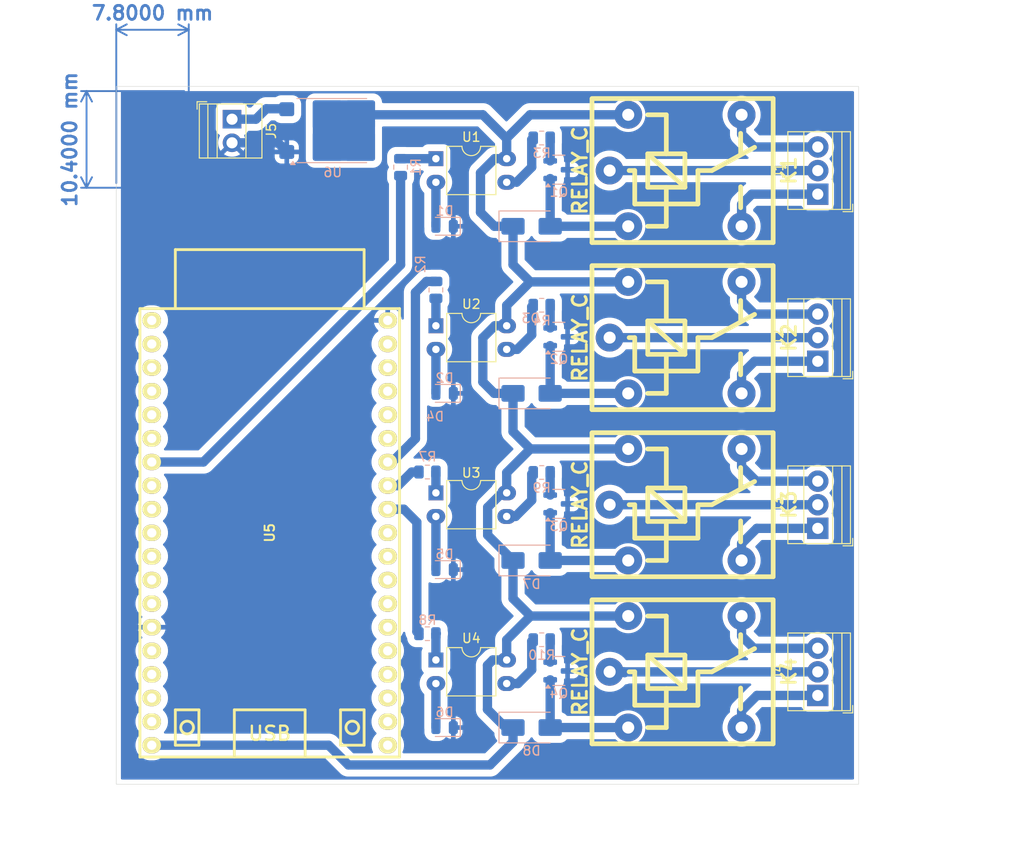
<source format=kicad_pcb>
(kicad_pcb (version 20240108) (generator "pcbnew") (generator_version "8.0")
  (layers (0 "F.Cu" signal) (31 "B.Cu" signal) (34 "B.Paste" user) (35 "F.Paste" user) (36 "B.SilkS" user "B.Silkscreen") (37 "F.SilkS" user "F.Silkscreen") (38 "B.Mask" user) (39 "F.Mask" user) (44 "Edge.Cuts" user))
  (net 0 "")
  (net 1 "Net-(D1-A)")
  (net 2 "Earth")
  (net 3 "Net-(D2-A)")
  (net 4 "IN2")
  (net 5 "Net-(D5-A)")
  (net 6 "Net-(D6-A)")
  (net 7 "NO1")
  (net 8 "NC1")
  (net 9 "COM1")
  (net 10 "COM2")
  (net 11 "NC2")
  (net 12 "NO2")
  (net 13 "NC3")
  (net 14 "NO3")
  (net 15 "COM3")
  (net 16 "NO4")
  (net 17 "COM4")
  (net 18 "NC4")
  (net 19 "IN1")
  (net 22 "Net-(R3-Pad1)")
  (net 23 "Net-(R4-Pad1)")
  (net 24 "Net-(J5-Pin_1)")
  (net 25 "Net-(D3-A)")
  (net 26 "Net-(R9-Pad1)")
  (net 27 "Net-(R10-Pad1)")
  (net 28 "Net-(Q1-B)")
  (net 29 "Net-(Q2-B)")
  (net 30 "Net-(Q3-B)")
  (net 31 "Net-(Q4-B)")
  (net 32 "Net-(D4-A)")
  (net 33 "Net-(R7-Pad1)")
  (net 34 "Net-(D7-A)")
  (net 39 "Net-(D8-A)")
  (net 43 "Net-(R1-Pad2)")
  (net 45 "Net-(R2-Pad2)")
  (net 56 "Net-(R8-Pad2)")
  (net 59 "VCC")
  (net 60 "IN4")
  (net 61 "IN3")
  (footprint "EESTN5:ESP32_DEVKITC" (layer "F.Cu") (at 138.51625 88.74195 -90)
    (property "Reference" "U5" (at 0 0 90) (layer "F.SilkS") (effects (font (size 1.016 1.016) (thickness 0.2032))))
    (property "Value" "ESP32_DEVKITC" (hide yes))
    (fp_text user "USB" (at 21.59 0 180) (layer "F.SilkS") (effects (font (size 1.524 1.524) (thickness 0.254))))
    (pad "1" thru_hole oval (at -22.86 12.7 270) (size 1.75 2) (drill 1) (layers "*.Cu" "*.Mask" "F.SilkS"))
    (pad "2" thru_hole oval (at -20.32 12.7 270) (size 1.75 2) (drill 1) (layers "*.Cu" "*.Mask" "F.SilkS"))
    (pad "3" thru_hole oval (at -17.78 12.7 270) (size 1.75 2) (drill 1) (layers "*.Cu" "*.Mask" "F.SilkS"))
    (pad "4" thru_hole oval (at -15.24 12.7 270) (size 1.75 2) (drill 1) (layers "*.Cu" "*.Mask" "F.SilkS"))
    (pad "5" thru_hole oval (at -12.7 12.7 270) (size 1.75 2) (drill 1) (layers "*.Cu" "*.Mask" "F.SilkS"))
    (pad "6" thru_hole oval (at -10.16 12.7 270) (size 1.75 2) (drill 1) (layers "*.Cu" "*.Mask" "F.SilkS"))
    (pad "7" thru_hole oval (at -7.62 12.7 270) (size 1.75 2) (drill 1) (layers "*.Cu" "*.Mask" "F.SilkS") (net 19 "IN1"))
    (pad "8" thru_hole oval (at -5.08 12.7 270) (size 1.75 2) (drill 1) (layers "*.Cu" "*.Mask" "F.SilkS"))
    (pad "9" thru_hole oval (at -2.54 12.7 270) (size 1.75 2) (drill 1) (layers "*.Cu" "*.Mask" "F.SilkS"))
    (pad "10" thru_hole oval (at 0 12.7 270) (size 1.75 2) (drill 1) (layers "*.Cu" "*.Mask" "F.SilkS"))
    (pad "11" thru_hole oval (at 2.54 12.7 270) (size 1.75 2) (drill 1) (layers "*.Cu" "*.Mask" "F.SilkS"))
    (pad "12" thru_hole oval (at 5.08 12.7 270) (size 1.75 2) (drill 1) (layers "*.Cu" "*.Mask" "F.SilkS"))
    (pad "13" thru_hole oval (at 7.62 12.7 270) (size 1.75 2) (drill 1) (layers "*.Cu" "*.Mask" "F.SilkS"))
    (pad "14" thru_hole oval (at 10.16 12.7 270) (size 1.75 2) (drill 1) (layers "*.Cu" "*.Mask" "F.SilkS") (net 2 "Earth"))
    (pad "15" thru_hole oval (at 12.7 12.7 270) (size 1.75 2) (drill 1) (layers "*.Cu" "*.Mask" "F.SilkS"))
    (pad "16" thru_hole oval (at 15.24 12.7 270) (size 1.75 2) (drill 1) (layers "*.Cu" "*.Mask" "F.SilkS"))
    (pad "17" thru_hole oval (at 17.78 12.7 270) (size 1.75 2) (drill 1) (layers "*.Cu" "*.Mask" "F.SilkS"))
    (pad "18" thru_hole oval (at 20.32 12.7 270) (size 1.75 2) (drill 1) (layers "*.Cu" "*.Mask" "F.SilkS"))
    (pad "19" thru_hole oval (at 22.86 12.7 270) (size 1.75 2) (drill 1) (layers "*.Cu" "*.Mask" "F.SilkS") (net 59 "VCC"))
    (pad "20" thru_hole oval (at 22.86 -12.7 90) (size 1.75 2) (drill 1) (layers "*.Cu" "*.Mask" "F.SilkS"))
    (pad "21" thru_hole oval (at 20.32 -12.7 90) (size 1.75 2) (drill 1) (layers "*.Cu" "*.Mask" "F.SilkS"))
    (pad "22" thru_hole oval (at 17.78 -12.7 90) (size 1.75 2) (drill 1) (layers "*.Cu" "*.Mask" "F.SilkS"))
    (pad "23" thru_hole oval (at 15.24 -12.7 90) (size 1.75 2) (drill 1) (layers "*.Cu" "*.Mask" "F.SilkS"))
    (pad "24" thru_hole oval (at 12.7 -12.7 90) (size 1.75 2) (drill 1) (layers "*.Cu" "*.Mask" "F.SilkS"))
    (pad "25" thru_hole oval (at 10.16 -12.7 90) (size 1.75 2) (drill 1) (layers "*.Cu" "*.Mask" "F.SilkS"))
    (pad "26" thru_hole oval (at 7.62 -12.7 90) (size 1.75 2) (drill 1) (layers "*.Cu" "*.Mask" "F.SilkS"))
    (pad "27" thru_hole oval (at 5.08 -12.7 90) (size 1.75 2) (drill 1) (layers "*.Cu" "*.Mask" "F.SilkS"))
    (pad "28" thru_hole oval (at 2.54 -12.7 90) (size 1.75 2) (drill 1) (layers "*.Cu" "*.Mask" "F.SilkS"))
    (pad "29" thru_hole oval (at 0 -12.7 90) (size 1.75 2) (drill 1) (layers "*.Cu" "*.Mask" "F.SilkS"))
    (pad "30" thru_hole oval (at -2.54 -12.7 90) (size 1.75 2) (drill 1) (layers "*.Cu" "*.Mask" "F.SilkS") (net 60 "IN4"))
    (pad "31" thru_hole oval (at -5.08 -12.7 90) (size 1.75 2) (drill 1) (layers "*.Cu" "*.Mask" "F.SilkS") (net 61 "IN3"))
    (pad "32" thru_hole oval (at -7.62 -12.7 90) (size 1.75 2) (drill 1) (layers "*.Cu" "*.Mask" "F.SilkS") (net 4 "IN2"))
    (pad "33" thru_hole oval (at -10.16 -12.7 90) (size 1.75 2) (drill 1) (layers "*.Cu" "*.Mask" "F.SilkS"))
    (pad "34" thru_hole oval (at -12.7 -12.7 90) (size 1.75 2) (drill 1) (layers "*.Cu" "*.Mask" "F.SilkS"))
    (pad "35" thru_hole oval (at -15.24 -12.7 90) (size 1.75 2) (drill 1) (layers "*.Cu" "*.Mask" "F.SilkS"))
    (pad "36" thru_hole oval (at -17.78 -12.7 90) (size 1.75 2) (drill 1) (layers "*.Cu" "*.Mask" "F.SilkS"))
    (pad "37" thru_hole oval (at -20.32 -12.7 90) (size 1.75 2) (drill 1) (layers "*.Cu" "*.Mask" "F.SilkS"))
    (pad "38" thru_hole oval (at -22.86 -12.7 90) (size 1.75 2) (drill 1) (layers "*.Cu" "*.Mask" "F.SilkS") (net 2 "Earth"))
  )
  (footprint "EESTN5:Relay_C" (layer "F.Cu") (at 183.2 85.716666 90)
    (property "Reference" "K3" (at 0 11.2 90) (layer "F.SilkS") (effects (font (size 1.524 1.524) (thickness 0.3048))))
    (property "Value" "RELAY_C" (at 0 -11.3 90) (layer "F.SilkS") (effects (font (size 1.524 1.524) (thickness 0.3048))))
    (pad "1" thru_hole oval (at 0 -8.1 90) (size 3 3) (drill 1.3) (layers "*.Cu" "*.Mask") (net 15 "COM3"))
    (pad "2" thru_hole oval (at -6 -6.1 90) (size 3 3) (drill 1.3) (layers "*.Cu" "*.Mask") (net 34 "Net-(D7-A)"))
    (pad "3" thru_hole oval (at -6 6.1 90) (size 3 3) (drill 1.3) (layers "*.Cu" "*.Mask") (net 14 "NO3"))
    (pad "4" thru_hole oval (at 6 6.1 90) (size 3 3) (drill 1.3) (layers "*.Cu" "*.Mask") (net 13 "NC3"))
    (pad "5" thru_hole oval (at 6 -6.1 90) (size 3 3) (drill 1.3) (layers "*.Cu" "*.Mask") (net 59 "VCC"))
  )
  (footprint "TerminalBlock:TerminalBlock_Xinya_XY308-2.54-3P_1x03_P2.54mm_Horizontal" (layer "F.Cu") (at 197.5 70.278333 90)
    (property "Reference" "J2" (at 2.54 -4.22 90) (layer "F.SilkS"))
    (property "Value" "Screw_Terminal_01x03")
    (pad "1" thru_hole rect (at 0 0 90) (size 2.3 2.3) (drill 1.2) (layers "*.Cu" "*.Mask") (net 12 "NO2"))
    (pad "2" thru_hole circle (at 2.54 0 90) (size 2.3 2.3) (drill 1.2) (layers "*.Cu" "*.Mask") (net 10 "COM2"))
    (pad "3" thru_hole circle (at 5.08 0 90) (size 2.3 2.3) (drill 1.2) (layers "*.Cu" "*.Mask") (net 11 "NC2"))
  )
  (footprint "Package_DIP:DIP-4_W7.62mm" (layer "F.Cu") (at 156.4 84.441666)
    (property "Reference" "U3" (at 3.8 -2.154 0) (layer "F.SilkS"))
    (property "Value" "PC817")
    (pad "1" thru_hole rect (at 0 0) (size 1.6 1.6) (drill 0.8) (layers "*.Cu" "*.Mask") (net 33 "Net-(R7-Pad1)"))
    (pad "2" thru_hole oval (at 0 2.54) (size 2 1.6) (drill 0.8) (layers "*.Cu" "*.Mask") (net 5 "Net-(D5-A)"))
    (pad "3" thru_hole oval (at 7.62 2.54) (size 2 1.6) (drill 0.8) (layers "*.Cu" "*.Mask") (net 26 "Net-(R9-Pad1)"))
    (pad "4" thru_hole oval (at 7.62 0) (size 2 1.6) (drill 0.8) (layers "*.Cu" "*.Mask") (net 59 "VCC"))
  )
  (footprint "EESTN5:Relay_C" (layer "F.Cu") (at 183.2 49.75 90)
    (property "Reference" "K1" (at 0 11.2 90) (layer "F.SilkS") (effects (font (size 1.524 1.524) (thickness 0.3048))))
    (property "Value" "RELAY_C" (at 0 -11.3 90) (layer "F.SilkS") (effects (font (size 1.524 1.524) (thickness 0.3048))))
    (pad "1" thru_hole oval (at 0 -8.1 90) (size 3 3) (drill 1.3) (layers "*.Cu" "*.Mask") (net 9 "COM1"))
    (pad "2" thru_hole oval (at -6 -6.1 90) (size 3 3) (drill 1.3) (layers "*.Cu" "*.Mask") (net 25 "Net-(D3-A)"))
    (pad "3" thru_hole oval (at -6 6.1 90) (size 3 3) (drill 1.3) (layers "*.Cu" "*.Mask") (net 7 "NO1"))
    (pad "4" thru_hole oval (at 6 6.1 90) (size 3 3) (drill 1.3) (layers "*.Cu" "*.Mask") (net 8 "NC1"))
    (pad "5" thru_hole oval (at 6 -6.1 90) (size 3 3) (drill 1.3) (layers "*.Cu" "*.Mask") (net 59 "VCC"))
  )
  (footprint "Package_DIP:DIP-4_W7.62mm" (layer "F.Cu") (at 156.4 102.425)
    (property "Reference" "U4" (at 3.81 -2.33 0) (layer "F.SilkS"))
    (property "Value" "PC817")
    (pad "1" thru_hole rect (at 0 0) (size 1.6 1.6) (drill 0.8) (layers "*.Cu" "*.Mask") (net 56 "Net-(R8-Pad2)"))
    (pad "2" thru_hole oval (at 0 2.54) (size 2 1.6) (drill 0.8) (layers "*.Cu" "*.Mask") (net 6 "Net-(D6-A)"))
    (pad "3" thru_hole oval (at 7.62 2.54) (size 2 1.6) (drill 0.8) (layers "*.Cu" "*.Mask") (net 27 "Net-(R10-Pad1)"))
    (pad "4" thru_hole oval (at 7.62 0) (size 2 1.6) (drill 0.8) (layers "*.Cu" "*.Mask") (net 59 "VCC"))
  )
  (footprint "EESTN5:Relay_C" (layer "F.Cu") (at 183.2 67.733333 90)
    (property "Reference" "K2" (at 0 11.2 90) (layer "F.SilkS") (effects (font (size 1.524 1.524) (thickness 0.3048))))
    (property "Value" "RELAY_C" (at 0 -11.3 90) (layer "F.SilkS") (effects (font (size 1.524 1.524) (thickness 0.3048))))
    (pad "1" thru_hole oval (at 0 -8.1 90) (size 3 3) (drill 1.3) (layers "*.Cu" "*.Mask") (net 10 "COM2"))
    (pad "2" thru_hole oval (at -6 -6.1 90) (size 3 3) (drill 1.3) (layers "*.Cu" "*.Mask") (net 32 "Net-(D4-A)"))
    (pad "3" thru_hole oval (at -6 6.1 90) (size 3 3) (drill 1.3) (layers "*.Cu" "*.Mask") (net 12 "NO2"))
    (pad "4" thru_hole oval (at 6 6.1 90) (size 3 3) (drill 1.3) (layers "*.Cu" "*.Mask") (net 11 "NC2"))
    (pad "5" thru_hole oval (at 6 -6.1 90) (size 3 3) (drill 1.3) (layers "*.Cu" "*.Mask") (net 59 "VCC"))
  )
  (footprint "TerminalBlock:TerminalBlock_Xinya_XY308-2.54-3P_1x03_P2.54mm_Horizontal" (layer "F.Cu") (at 197.5 88.261666 90)
    (property "Reference" "J3" (at 2.54 -4.22 -90) (layer "F.SilkS"))
    (property "Value" "Screw_Terminal_01x03")
    (pad "1" thru_hole rect (at 0 0 90) (size 2.3 2.3) (drill 1.2) (layers "*.Cu" "*.Mask") (net 14 "NO3"))
    (pad "2" thru_hole circle (at 2.54 0 90) (size 2.3 2.3) (drill 1.2) (layers "*.Cu" "*.Mask") (net 15 "COM3"))
    (pad "3" thru_hole circle (at 5.08 0 90) (size 2.3 2.3) (drill 1.2) (layers "*.Cu" "*.Mask") (net 13 "NC3"))
  )
  (footprint "EESTN5:Relay_C" (layer "F.Cu") (at 183.2 103.7 90)
    (property "Reference" "K4" (at 0 11.2 90) (layer "F.SilkS") (effects (font (size 1.524 1.524) (thickness 0.3048))))
    (property "Value" "RELAY_C" (at 0 -11.3 90) (layer "F.SilkS") (effects (font (size 1.524 1.524) (thickness 0.3048))))
    (pad "1" thru_hole oval (at 0 -8.1 90) (size 3 3) (drill 1.3) (layers "*.Cu" "*.Mask") (net 17 "COM4"))
    (pad "2" thru_hole oval (at -6 -6.1 90) (size 3 3) (drill 1.3) (layers "*.Cu" "*.Mask") (net 39 "Net-(D8-A)"))
    (pad "3" thru_hole oval (at -6 6.1 90) (size 3 3) (drill 1.3) (layers "*.Cu" "*.Mask") (net 16 "NO4"))
    (pad "4" thru_hole oval (at 6 6.1 90) (size 3 3) (drill 1.3) (layers "*.Cu" "*.Mask") (net 18 "NC4"))
    (pad "5" thru_hole oval (at 6 -6.1 90) (size 3 3) (drill 1.3) (layers "*.Cu" "*.Mask") (net 59 "VCC"))
  )
  (footprint "Package_DIP:DIP-4_W7.62mm" (layer "F.Cu") (at 156.4 66.458333)
    (property "Reference" "U2" (at 3.81 -2.33 0) (layer "F.SilkS"))
    (property "Value" "PC817")
    (pad "1" thru_hole rect (at 0 0) (size 1.6 1.6) (drill 0.8) (layers "*.Cu" "*.Mask") (net 45 "Net-(R2-Pad2)"))
    (pad "2" thru_hole oval (at 0 2.54) (size 2 1.6) (drill 0.8) (layers "*.Cu" "*.Mask") (net 3 "Net-(D2-A)"))
    (pad "3" thru_hole oval (at 7.62 2.54) (size 2 1.6) (drill 0.8) (layers "*.Cu" "*.Mask") (net 23 "Net-(R4-Pad1)"))
    (pad "4" thru_hole oval (at 7.62 0) (size 2 1.6) (drill 0.8) (layers "*.Cu" "*.Mask") (net 59 "VCC"))
  )
  (footprint "TerminalBlock:TerminalBlock_Xinya_XY308-2.54-3P_1x03_P2.54mm_Horizontal" (layer "F.Cu") (at 197.5 106.245 90)
    (property "Reference" "J4" (at 2.54 -4.22 -90) (layer "F.SilkS"))
    (property "Value" "CERRADURA")
    (pad "1" thru_hole rect (at 0 0 90) (size 2.3 2.3) (drill 1.2) (layers "*.Cu" "*.Mask") (net 16 "NO4"))
    (pad "2" thru_hole circle (at 2.54 0 90) (size 2.3 2.3) (drill 1.2) (layers "*.Cu" "*.Mask") (net 17 "COM4"))
    (pad "3" thru_hole circle (at 5.08 0 90) (size 2.3 2.3) (drill 1.2) (layers "*.Cu" "*.Mask") (net 18 "NC4"))
  )
  (footprint "Package_DIP:DIP-4_W7.62mm" (layer "F.Cu") (at 156.4 48.475)
    (property "Reference" "U1" (at 3.81 -2.33 0) (layer "F.SilkS"))
    (property "Value" "PC817")
    (pad "1" thru_hole rect (at 0 0) (size 1.6 1.6) (drill 0.8) (layers "*.Cu" "*.Mask") (net 43 "Net-(R1-Pad2)"))
    (pad "2" thru_hole oval (at 0 2.54) (size 2 1.6) (drill 0.8) (layers "*.Cu" "*.Mask") (net 1 "Net-(D1-A)"))
    (pad "3" thru_hole oval (at 7.62 2.54) (size 2 1.6) (drill 0.8) (layers "*.Cu" "*.Mask") (net 22 "Net-(R3-Pad1)"))
    (pad "4" thru_hole oval (at 7.62 0) (size 2 1.6) (drill 0.8) (layers "*.Cu" "*.Mask") (net 59 "VCC"))
  )
  (footprint "TerminalBlock:TerminalBlock_Xinya_XY308-2.54-2P_1x02_P2.54mm_Horizontal" (layer "F.Cu") (at 134.458 44.225 -90)
    (property "Reference" "J5" (at 1.27 -4.22 90) (layer "F.SilkS"))
    (property "Value" "Screw_Terminal_01x02")
    (pad "1" thru_hole rect (at 0 0 270) (size 2 2) (drill 1.2) (layers "*.Cu" "*.Mask") (net 24 "Net-(J5-Pin_1)"))
    (pad "2" thru_hole circle (at 2.54 0 270) (size 2 2) (drill 1.2) (layers "*.Cu" "*.Mask") (net 2 "Earth"))
  )
  (footprint "TerminalBlock:TerminalBlock_Xinya_XY308-2.54-3P_1x03_P2.54mm_Horizontal" (layer "F.Cu") (at 197.5 52.295 90)
    (property "Reference" "J1" (at 2.54 -4.22 -90) (layer "F.SilkS"))
    (property "Value" "Screw_Terminal_01x03")
    (pad "1" thru_hole rect (at 0 0 90) (size 2.3 2.3) (drill 1.2) (layers "*.Cu" "*.Mask") (net 7 "NO1"))
    (pad "2" thru_hole circle (at 2.54 0 90) (size 2.3 2.3) (drill 1.2) (layers "*.Cu" "*.Mask") (net 9 "COM1"))
    (pad "3" thru_hole circle (at 5.08 0 90) (size 2.3 2.3) (drill 1.2) (layers "*.Cu" "*.Mask") (net 8 "NC1"))
  )
  (footprint "Resistor_SMD:R_0805_2012Metric" (layer "B.Cu") (at 152.6 49.3875 90)
    (property "Reference" "R1" (at 0 1.65 -90) (layer "B.SilkS") (effects (justify mirror)))
    (property "Value" "1K")
    (pad "1" smd roundrect (at -0.9125 0 90) (size 1.025 1.4) (layers "B.Cu" "B.Paste" "B.Mask") (roundrect_rratio 0.243902) (net 19 "IN1"))
    (pad "2" smd roundrect (at 0.9125 0 90) (size 1.025 1.4) (layers "B.Cu" "B.Paste" "B.Mask") (roundrect_rratio 0.243902) (net 43 "Net-(R1-Pad2)"))
  )
  (footprint "Resistor_SMD:R_0805_2012Metric" (layer "B.Cu") (at 167.7875 46.25)
    (property "Reference" "R3" (at 0 1.6232 360) (layer "B.SilkS") (effects (justify mirror)))
    (property "Value" "10k")
    (pad "1" smd roundrect (at -0.9125 0) (size 1.025 1.4) (layers "B.Cu" "B.Paste" "B.Mask") (roundrect_rratio 0.243902) (net 22 "Net-(R3-Pad1)"))
    (pad "2" smd roundrect (at 0.9125 0) (size 1.025 1.4) (layers "B.Cu" "B.Paste" "B.Mask") (roundrect_rratio 0.243902) (net 28 "Net-(Q1-B)"))
  )
  (footprint "LED_SMD:LED_0805_2012Metric" (layer "B.Cu") (at 157.3375 92.7 180)
    (property "Reference" "D5" (at 0 1.65 180) (layer "B.SilkS") (effects (justify mirror)))
    (property "Value" "LED")
    (pad "1" smd roundrect (at -0.9375 0 180) (size 0.975 1.4) (layers "B.Cu" "B.Paste" "B.Mask") (net 2 "Earth"))
    (pad "2" smd roundrect (at 0.9375 0 180) (size 0.975 1.4) (layers "B.Cu" "B.Paste" "B.Mask") (net 5 "Net-(D5-A)"))
  )
  (footprint "Resistor_SMD:R_0805_2012Metric" (layer "B.Cu") (at 156.4 62.6 -90)
    (property "Reference" "R2" (at -2.76 1.65 90) (layer "B.SilkS") (effects (justify mirror)))
    (property "Value" "1K")
    (pad "1" smd roundrect (at -0.9125 0 270) (size 1.025 1.4) (layers "B.Cu" "B.Paste" "B.Mask") (roundrect_rratio 0.243902) (net 4 "IN2"))
    (pad "2" smd roundrect (at 0.9125 0 270) (size 1.025 1.4) (layers "B.Cu" "B.Paste" "B.Mask") (roundrect_rratio 0.243902) (net 45 "Net-(R2-Pad2)"))
  )
  (footprint "Diode_SMD:D_SMA" (layer "B.Cu") (at 166.7 55.75)
    (property "Reference" "D3" (at -0.1 9.9 0) (layer "B.SilkS") (effects (justify mirror)))
    (property "Value" "D")
    (pad "1" smd roundrect (at -2 0) (size 2.5 1.8) (layers "B.Cu" "B.Paste" "B.Mask") (roundrect_rratio 0.1388888889) (net 59 "VCC"))
    (pad "2" smd roundrect (at 2 0) (size 2.5 1.8) (layers "B.Cu" "B.Paste" "B.Mask") (roundrect_rratio 0.1388888889) (net 25 "Net-(D3-A)"))
  )
  (footprint "Diode_SMD:D_SMA" (layer "B.Cu") (at 166.7 91.716666)
    (property "Reference" "D7" (at 0 2.545 0) (layer "B.SilkS") (effects (justify mirror)))
    (property "Value" "D")
    (pad "1" smd roundrect (at -2 0) (size 2.5 1.8) (layers "B.Cu" "B.Paste" "B.Mask") (roundrect_rratio 0.1388888889) (net 59 "VCC"))
    (pad "2" smd roundrect (at 2 0) (size 2.5 1.8) (layers "B.Cu" "B.Paste" "B.Mask") (roundrect_rratio 0.1388888889) (net 34 "Net-(D7-A)"))
  )
  (footprint "Package_TO_SOT_SMD:ATPAK-2" (layer "B.Cu") (at 145.3 45.45)
    (property "Reference" "U6" (at 0 4.5 0) (layer "B.SilkS") (effects (justify mirror)))
    (property "Value" "LM7805")
    (pad "1" smd roundrect (at -4.95 2.3) (size 1.6 1.5) (layers "B.Cu" "B.Paste" "B.Mask") (roundrect_rratio 0.166667) (net 2 "Earth"))
    (pad "2" smd roundrect (at -0.55 -1.7) (size 3.2 3.1) (layers "B.Cu" "B.Paste") (roundrect_rratio 0.080645) (net 59 "VCC"))
    (pad "2" smd roundrect (at -0.55 1.7) (size 3.2 3.1) (layers "B.Cu" "B.Paste") (roundrect_rratio 0.080645) (net 59 "VCC"))
    (pad "2" smd roundrect (at 1.2 0) (size 6.7 6.5) (layers "B.Cu" "B.Mask") (roundrect_rratio 0.038462) (net 59 "VCC"))
    (pad "2" smd roundrect (at 2.95 -1.7) (size 3.2 3.1) (layers "B.Cu" "B.Paste") (roundrect_rratio 0.080645) (net 59 "VCC"))
    (pad "2" smd roundrect (at 2.95 1.7) (size 3.2 3.1) (layers "B.Cu" "B.Paste") (roundrect_rratio 0.080645) (net 59 "VCC"))
    (pad "3" smd roundrect (at -4.95 -2.3) (size 1.6 1.5) (layers "B.Cu" "B.Paste" "B.Mask") (roundrect_rratio 0.166667) (net 24 "Net-(J5-Pin_1)"))
  )
  (footprint "Resistor_SMD:R_0805_2012Metric" (layer "B.Cu") (at 155.4875 99.6)
    (property "Reference" "R8" (at 0 -1.46285 360) (layer "B.SilkS") (effects (justify mirror)))
    (property "Value" "1K")
    (pad "1" smd roundrect (at -0.9125 0) (size 1.025 1.4) (layers "B.Cu" "B.Paste" "B.Mask") (roundrect_rratio 0.243902) (net 60 "IN4"))
    (pad "2" smd roundrect (at 0.9125 0) (size 1.025 1.4) (layers "B.Cu" "B.Paste" "B.Mask") (roundrect_rratio 0.243902) (net 56 "Net-(R8-Pad2)"))
  )
  (footprint "Diode_SMD:D_SMA" (layer "B.Cu") (at 166.7 73.733333)
    (property "Reference" "D4" (at -10.4 2.5 0) (layer "B.SilkS") (effects (justify mirror)))
    (property "Value" "D")
    (pad "1" smd roundrect (at -2 0) (size 2.5 1.8) (layers "B.Cu" "B.Paste" "B.Mask") (roundrect_rratio 0.1388888889) (net 59 "VCC"))
    (pad "2" smd roundrect (at 2 0) (size 2.5 1.8) (layers "B.Cu" "B.Paste" "B.Mask") (roundrect_rratio 0.1388888889) (net 32 "Net-(D4-A)"))
  )
  (footprint "Package_TO_SOT_SMD:SOT-23" (layer "B.Cu") (at 169.6375 49.6625)
    (property "Reference" "Q1" (at 0 2.4 0) (layer "B.SilkS") (effects (justify mirror)))
    (property "Value" "2N2222")
    (pad "1" smd roundrect (at -0.9375 0.95) (size 1.475 0.6) (layers "B.Cu" "B.Paste" "B.Mask") (net 25 "Net-(D3-A)"))
    (pad "2" smd roundrect (at -0.9375 -0.95) (size 1.475 0.6) (layers "B.Cu" "B.Paste" "B.Mask") (net 28 "Net-(Q1-B)"))
    (pad "3" smd roundrect (at 0.9375 0) (size 1.475 0.6) (layers "B.Cu" "B.Paste" "B.Mask") (net 2 "Earth"))
  )
  (footprint "Diode_SMD:D_SMA" (layer "B.Cu") (at 166.7 109.7)
    (property "Reference" "D8" (at 0 2.5 0) (layer "B.SilkS") (effects (justify mirror)))
    (property "Value" "D")
    (pad "1" smd roundrect (at -2 0) (size 2.5 1.8) (layers "B.Cu" "B.Paste" "B.Mask") (roundrect_rratio 0.1388888889) (net 59 "VCC"))
    (pad "2" smd roundrect (at 2 0) (size 2.5 1.8) (layers "B.Cu" "B.Paste" "B.Mask") (roundrect_rratio 0.1388888889) (net 39 "Net-(D8-A)"))
  )
  (footprint "LED_SMD:LED_0805_2012Metric" (layer "B.Cu") (at 157.3375 109.7 180)
    (property "Reference" "D6" (at 0 1.65 180) (layer "B.SilkS") (effects (justify mirror)))
    (property "Value" "LED")
    (pad "1" smd roundrect (at -0.9375 0 180) (size 0.975 1.4) (layers "B.Cu" "B.Paste" "B.Mask") (net 2 "Earth"))
    (pad "2" smd roundrect (at 0.9375 0 180) (size 0.975 1.4) (layers "B.Cu" "B.Paste" "B.Mask") (net 6 "Net-(D6-A)"))
  )
  (footprint "Package_TO_SOT_SMD:SOT-23" (layer "B.Cu") (at 169.6375 67.645833)
    (property "Reference" "Q2" (at 0 2.4 0) (layer "B.SilkS") (effects (justify mirror)))
    (property "Value" "2N2222")
    (pad "1" smd roundrect (at -0.9375 0.95) (size 1.475 0.6) (layers "B.Cu" "B.Paste" "B.Mask") (net 32 "Net-(D4-A)"))
    (pad "2" smd roundrect (at -0.9375 -0.95) (size 1.475 0.6) (layers "B.Cu" "B.Paste" "B.Mask") (net 29 "Net-(Q2-B)"))
    (pad "3" smd roundrect (at 0.9375 0) (size 1.475 0.6) (layers "B.Cu" "B.Paste" "B.Mask") (net 2 "Earth"))
  )
  (footprint "Package_TO_SOT_SMD:SOT-23" (layer "B.Cu") (at 169.6375 103.6125)
    (property "Reference" "Q4" (at 0 2.4 0) (layer "B.SilkS") (effects (justify mirror)))
    (property "Value" "2N2222")
    (pad "1" smd roundrect (at -0.9375 0.95) (size 1.475 0.6) (layers "B.Cu" "B.Paste" "B.Mask") (net 39 "Net-(D8-A)"))
    (pad "2" smd roundrect (at -0.9375 -0.95) (size 1.475 0.6) (layers "B.Cu" "B.Paste" "B.Mask") (net 31 "Net-(Q4-B)"))
    (pad "3" smd roundrect (at 0.9375 0) (size 1.475 0.6) (layers "B.Cu" "B.Paste" "B.Mask") (net 2 "Earth"))
  )
  (footprint "Package_TO_SOT_SMD:SOT-23" (layer "B.Cu") (at 169.6375 85.629166)
    (property "Reference" "Q3" (at 0 2.4 0) (layer "B.SilkS") (effects (justify mirror)))
    (property "Value" "2N2222")
    (pad "1" smd roundrect (at -0.9375 0.95) (size 1.475 0.6) (layers "B.Cu" "B.Paste" "B.Mask") (net 34 "Net-(D7-A)"))
    (pad "2" smd roundrect (at -0.9375 -0.95) (size 1.475 0.6) (layers "B.Cu" "B.Paste" "B.Mask") (net 30 "Net-(Q3-B)"))
    (pad "3" smd roundrect (at 0.9375 0) (size 1.475 0.6) (layers "B.Cu" "B.Paste" "B.Mask") (net 2 "Earth"))
  )
  (footprint "LED_SMD:LED_0805_2012Metric" (layer "B.Cu") (at 157.3375 73.733333 180)
    (property "Reference" "D2" (at 0 1.65 180) (layer "B.SilkS") (effects (justify mirror)))
    (property "Value" "LED")
    (pad "1" smd roundrect (at -0.9375 0 180) (size 0.975 1.4) (layers "B.Cu" "B.Paste" "B.Mask") (net 2 "Earth"))
    (pad "2" smd roundrect (at 0.9375 0 180) (size 0.975 1.4) (layers "B.Cu" "B.Paste" "B.Mask") (net 3 "Net-(D2-A)"))
  )
  (footprint "LED_SMD:LED_0805_2012Metric" (layer "B.Cu") (at 157.3375 55.75 180)
    (property "Reference" "D1" (at 0 1.65 180) (layer "B.SilkS") (effects (justify mirror)))
    (property "Value" "LED")
    (pad "1" smd roundrect (at -0.9375 0 180) (size 0.975 1.4) (layers "B.Cu" "B.Paste" "B.Mask") (net 2 "Earth"))
    (pad "2" smd roundrect (at 0.9375 0 180) (size 0.975 1.4) (layers "B.Cu" "B.Paste" "B.Mask") (net 1 "Net-(D1-A)"))
  )
  (footprint "Resistor_SMD:R_0805_2012Metric" (layer "B.Cu") (at 167.7875 64.25)
    (property "Reference" "R4" (at 0 1.65 0) (layer "B.SilkS") (effects (justify mirror)))
    (property "Value" "10k")
    (pad "1" smd roundrect (at -0.9125 0) (size 1.025 1.4) (layers "B.Cu" "B.Paste" "B.Mask") (roundrect_rratio 0.243902) (net 23 "Net-(R4-Pad1)"))
    (pad "2" smd roundrect (at 0.9125 0) (size 1.025 1.4) (layers "B.Cu" "B.Paste" "B.Mask") (roundrect_rratio 0.243902) (net 29 "Net-(Q2-B)"))
  )
  (footprint "Resistor_SMD:R_0805_2012Metric" (layer "B.Cu") (at 155.4875 82.2 180)
    (property "Reference" "R7" (at 0 1.65 180) (layer "B.SilkS") (effects (justify mirror)))
    (property "Value" "1K")
    (pad "1" smd roundrect (at -0.9125 0 180) (size 1.025 1.4) (layers "B.Cu" "B.Paste" "B.Mask") (roundrect_rratio 0.243902) (net 33 "Net-(R7-Pad1)"))
    (pad "2" smd roundrect (at 0.9125 0 180) (size 1.025 1.4) (layers "B.Cu" "B.Paste" "B.Mask") (roundrect_rratio 0.243902) (net 61 "IN3"))
  )
  (footprint "Resistor_SMD:R_0805_2012Metric" (layer "B.Cu") (at 167.7875 82.25)
    (property "Reference" "R9" (at 0 1.65 0) (layer "B.SilkS") (effects (justify mirror)))
    (property "Value" "10k")
    (pad "1" smd roundrect (at -0.9125 0) (size 1.025 1.4) (layers "B.Cu" "B.Paste" "B.Mask") (roundrect_rratio 0.243902) (net 26 "Net-(R9-Pad1)"))
    (pad "2" smd roundrect (at 0.9125 0) (size 1.025 1.4) (layers "B.Cu" "B.Paste" "B.Mask") (roundrect_rratio 0.243902) (net 30 "Net-(Q3-B)"))
  )
  (footprint "Resistor_SMD:R_0805_2012Metric" (layer "B.Cu") (at 167.7875 100.25)
    (property "Reference" "R10" (at 0 1.65 0) (layer "B.SilkS") (effects (justify mirror)))
    (property "Value" "10k")
    (pad "1" smd roundrect (at -0.9125 0) (size 1.025 1.4) (layers "B.Cu" "B.Paste" "B.Mask") (roundrect_rratio 0.243902) (net 27 "Net-(R10-Pad1)"))
    (pad "2" smd roundrect (at 0.9125 0) (size 1.025 1.4) (layers "B.Cu" "B.Paste" "B.Mask") (roundrect_rratio 0.243902) (net 31 "Net-(Q4-B)"))
  )
  (gr_rect (start 122 40.7) (end 201.9 115.8) (stroke (width 0.05)) (fill none) (layer "Edge.Cuts"))
  (dimension (type aligned) (layer "B.Cu") (pts (xy 129.8 51.6) (xy 129.8 41.2)) (height -11) (gr_text "10,4000 mm" (at 117 46.4 90) (layer "B.Cu") (effects (font (size 1.5 1.5) (thickness 0.3)))) (format (prefix "") (suffix "") (units 3) (units_format 1) (precision 4)) (style (thickness 0.2) (arrow_length 1.27) (text_position_mode 0) (extension_height 0.58642) (extension_offset 0.5) keep_text_aligned))
  (dimension (type aligned) (layer "B.Cu") (pts (xy 122 51.6) (xy 129.8 51.6)) (height -17) (gr_text "7,8000 mm" (at 125.9 32.8 0) (layer "B.Cu") (effects (font (size 1.5 1.5) (thickness 0.3)))) (format (prefix "") (suffix "") (units 3) (units_format 1) (precision 4)) (style (thickness 0.2) (arrow_length 1.27) (text_position_mode 0) (extension_height 0.58642) (extension_offset 0.5) keep_text_aligned))
  (segment (start 156.4 51.015) (end 156.4 55.75) (width 1) (layer "B.Cu") (net 1))
  (segment (start 134.458 46.765) (end 139.4125 46.765) (width 1) (layer "B.Cu") (net 2))
  (segment (start 139.4125 46.765) (end 140.35 47.7025) (width 1) (layer "B.Cu") (net 2))
  (segment (start 156.4 73.733333) (end 156.4 68.998333) (width 1) (layer "B.Cu") (net 3))
  (segment (start 156.4 61.6875) (end 155.384252 61.6875) (width 1) (layer "B.Cu") (net 4))
  (segment (start 151.21625 81.12195) (end 151.681454 81.12195) (width 1) (layer "B.Cu") (net 4))
  (segment (start 155.384252 61.6875) (end 154.2 62.871752) (width 1) (layer "B.Cu") (net 4))
  (segment (start 151.681454 81.12195) (end 153.801702 79.001702) (width 1) (layer "B.Cu") (net 4))
  (segment (start 154.2 62.871752) (end 154.2 78.603404) (width 1) (layer "B.Cu") (net 4))
  (segment (start 154.2 78.603404) (end 153.801702 79.001702) (width 1) (layer "B.Cu") (net 4))
  (segment (start 156.4 92.7) (end 156.4 86.981666) (width 1) (layer "B.Cu") (net 5))
  (segment (start 156.4 109.7) (end 156.4 104.965) (width 1) (layer "B.Cu") (net 6))
  (segment (start 190.405 52.295) (end 189.3 53.4) (width 1) (layer "B.Cu") (net 7))
  (segment (start 197.5 52.295) (end 190.405 52.295) (width 1) (layer "B.Cu") (net 7))
  (segment (start 189.3 53.4) (end 189.3 55.75) (width 1) (layer "B.Cu") (net 7))
  (segment (start 189.3 45.85) (end 189.3 43.75) (width 1) (layer "B.Cu") (net 8))
  (segment (start 197.5 47.215) (end 190.665 47.215) (width 1) (layer "B.Cu") (net 8))
  (segment (start 190.665 47.215) (end 189.3 45.85) (width 1) (layer "B.Cu") (net 8))
  (segment (start 197.5 49.755) (end 175.105 49.755) (width 1) (layer "B.Cu") (net 9))
  (segment (start 175.105 49.755) (end 175.1 49.75) (width 1) (layer "B.Cu") (net 9))
  (segment (start 197.5 67.738333) (end 175.105 67.738333) (width 1) (layer "B.Cu") (net 10))
  (segment (start 175.105 67.738333) (end 175.1 67.733333) (width 1) (layer "B.Cu") (net 10))
  (segment (start 190.7 65.198333) (end 189.3 63.798333) (width 1) (layer "B.Cu") (net 11))
  (segment (start 197.5 65.198333) (end 190.7 65.198333) (width 1) (layer "B.Cu") (net 11))
  (segment (start 189.3 63.798333) (end 189.3 61.733333) (width 1) (layer "B.Cu") (net 11))
  (segment (start 197.5 70.278333) (end 190.7 70.278333) (width 1) (layer "B.Cu") (net 12))
  (segment (start 189.3 71.678333) (end 189.3 73.733333) (width 1) (layer "B.Cu") (net 12))
  (segment (start 190.7 70.278333) (end 189.3 71.678333) (width 1) (layer "B.Cu") (net 12))
  (segment (start 190.881666 83.181666) (end 189.3 81.6) (width 1) (layer "B.Cu") (net 13))
  (segment (start 189.3 81.6) (end 189.3 79.716666) (width 1) (layer "B.Cu") (net 13))
  (segment (start 197.5 83.181666) (end 190.881666 83.181666) (width 1) (layer "B.Cu") (net 13))
  (segment (start 197.5 88.261666) (end 190.938334 88.261666) (width 1) (layer "B.Cu") (net 14))
  (segment (start 189.3 89.9) (end 189.3 91.716666) (width 1) (layer "B.Cu") (net 14))
  (segment (start 190.938334 88.261666) (end 189.3 89.9) (width 1) (layer "B.Cu") (net 14))
  (segment (start 197.5 85.721666) (end 175.105 85.721666) (width 1) (layer "B.Cu") (net 15))
  (segment (start 175.105 85.721666) (end 175.1 85.716666) (width 1) (layer "B.Cu") (net 15))
  (segment (start 197.5 106.245) (end 190.955 106.245) (width 1) (layer "B.Cu") (net 16))
  (segment (start 189.3 107.9) (end 189.3 109.7) (width 1) (layer "B.Cu") (net 16))
  (segment (start 190.955 106.245) (end 189.3 107.9) (width 1) (layer "B.Cu") (net 16))
  (segment (start 175.105 103.705) (end 175.1 103.7) (width 1) (layer "B.Cu") (net 17))
  (segment (start 197.5 103.705) (end 175.105 103.705) (width 1) (layer "B.Cu") (net 17))
  (segment (start 176.70835 103.8016) (end 176.60675 103.7) (width 1) (layer "B.Cu") (net 17))
  (segment (start 190.615 101.165) (end 189.3 99.85) (width 1) (layer "B.Cu") (net 18))
  (segment (start 197.5 101.165) (end 190.615 101.165) (width 1) (layer "B.Cu") (net 18))
  (segment (start 189.3 99.85) (end 189.3 97.7) (width 1) (layer "B.Cu") (net 18))
  (segment (start 152.6 59.9) (end 131.37805 81.12195) (width 1) (layer "B.Cu") (net 19))
  (segment (start 125.81625 81.12195) (end 131.37805 81.12195) (width 1) (layer "B.Cu") (net 19))
  (segment (start 152.6 50.3) (end 152.6 59.9) (width 1) (layer "B.Cu") (net 19))
  (segment (start 166.7125 49.38387) (end 166.7125 46.4125) (width 1) (layer "B.Cu") (net 22))
  (segment (start 166.7125 46.4125) (end 166.875 46.25) (width 1) (layer "B.Cu") (net 22))
  (segment (start 165.08137 51.015) (end 166.7125 49.38387) (width 1) (layer "B.Cu") (net 22))
  (segment (start 166.7125 64.4125) (end 166.875 64.25) (width 1) (layer "B.Cu") (net 23))
  (segment (start 164.02 68.998333) (end 165.15137 68.998333) (width 1) (layer "B.Cu") (net 23))
  (segment (start 166.7125 67.437203) (end 166.7125 64.4125) (width 1) (layer "B.Cu") (net 23))
  (segment (start 165.15137 68.998333) (end 166.7125 67.437203) (width 1) (layer "B.Cu") (net 23))
  (segment (start 138.1475 43.1025) (end 140.35 43.1025) (width 1) (layer "B.Cu") (net 24))
  (segment (start 137.025 44.225) (end 138.1475 43.1025) (width 1) (layer "B.Cu") (net 24))
  (segment (start 134.458 44.225) (end 137.025 44.225) (width 1) (layer "B.Cu") (net 24))
  (segment (start 168.7 55.75) (end 168.7 50.6125) (width 1) (layer "B.Cu") (net 25))
  (segment (start 168.7 55.75) (end 177.1 55.75) (width 1) (layer "B.Cu") (net 25))
  (segment (start 164.968334 86.981666) (end 164.02 86.981666) (width 1) (layer "B.Cu") (net 26))
  (segment (start 166.7125 82.4125) (end 166.7125 85.2375) (width 1) (layer "B.Cu") (net 26))
  (segment (start 166.7125 85.2375) (end 164.968334 86.981666) (width 1) (layer "B.Cu") (net 26))
  (segment (start 166.875 82.25) (end 166.7125 82.4125) (width 1) (layer "B.Cu") (net 26))
  (segment (start 166.7125 103.4875) (end 165.235 104.965) (width 1) (layer "B.Cu") (net 27))
  (segment (start 165.235 104.965) (end 164.02 104.965) (width 1) (layer "B.Cu") (net 27))
  (segment (start 166.7125 100.4125) (end 166.7125 103.4875) (width 1) (layer "B.Cu") (net 27))
  (segment (start 166.875 100.25) (end 166.7125 100.4125) (width 1) (layer "B.Cu") (net 27))
  (segment (start 168.7 48.7125) (end 168.7 46.25) (width 1) (layer "B.Cu") (net 28))
  (segment (start 168.7 64.25) (end 168.7 66.695833) (width 1) (layer "B.Cu") (net 29))
  (segment (start 168.7 82.25) (end 168.7 84.679166) (width 1) (layer "B.Cu") (net 30))
  (segment (start 168.7 100.25) (end 168.7 102.6625) (width 1) (layer "B.Cu") (net 31))
  (segment (start 168.7 73.733333) (end 168.7 68.595833) (width 1) (layer "B.Cu") (net 32))
  (segment (start 168.7 73.733333) (end 177.1 73.733333) (width 1) (layer "B.Cu") (net 32))
  (segment (start 156.4 82.2) (end 156.4 84.441666) (width 1) (layer "B.Cu") (net 33))
  (segment (start 168.7 91.716666) (end 168.7 86.579166) (width 1) (layer "B.Cu") (net 34))
  (segment (start 168.7 91.716666) (end 177.1 91.716666) (width 1) (layer "B.Cu") (net 34))
  (segment (start 168.7 109.7) (end 168.7 104.5625) (width 1) (layer "B.Cu") (net 39))
  (segment (start 168.7 109.7) (end 177.1 109.7) (width 1) (layer "B.Cu") (net 39))
  (segment (start 156.4 48.475) (end 152.6 48.475) (width 1) (layer "B.Cu") (net 43))
  (segment (start 156.4 63.5125) (end 156.4 66.458333) (width 1) (layer "B.Cu") (net 45))
  (segment (start 156.4 102.425) (end 156.4 99.625) (width 1) (layer "B.Cu") (net 56))
  (segment (start 156.4 99.625) (end 156.45 99.575) (width 1) (layer "B.Cu") (net 56))
  (segment (start 148.25 43.75) (end 161.45 43.75) (width 1) (layer "B.Cu") (net 59))
  (segment (start 163.528334 84.441666) (end 164.02 84.441666) (width 1) (layer "B.Cu") (net 59))
  (segment (start 164.7 91.716666) (end 164.7 95.815748) (width 1) (layer "B.Cu") (net 59))
  (segment (start 162.741667 66.458333) (end 164.02 66.458333) (width 1) (layer "B.Cu") (net 59))
  (segment (start 162.725 48.475) (end 164.02 48.475) (width 1) (layer "B.Cu") (net 59))
  (segment (start 164.02 82.264252) (end 164.02 84.441666) (width 1) (layer "B.Cu") (net 59))
  (segment (start 166.584252 97.7) (end 164.02 100.264252) (width 1) (layer "B.Cu") (net 59))
  (segment (start 164.7 109.7) (end 164.7 111.25) (width 1) (layer "B.Cu") (net 59))
  (segment (start 144.85195 111.60195) (end 125.81625 111.60195) (width 1) (layer "B.Cu") (net 59))
  (segment (start 161.95 107.75) (end 161.95 103) (width 1) (layer "B.Cu") (net 59))
  (segment (start 161.97 88.986666) (end 161.97 86) (width 1) (layer "B.Cu") (net 59))
  (segment (start 164.02 46.264252) (end 166.534252 43.75) (width 1) (layer "B.Cu") (net 59))
  (segment (start 163.964252 46.264252) (end 161.45 43.75) (width 1) (layer "B.Cu") (net 59))
  (segment (start 166.567586 79.716666) (end 164.02 82.264252) (width 1) (layer "B.Cu") (net 59))
  (segment (start 161.2 54.25) (end 161.2 50) (width 1) (layer "B.Cu") (net 59))
  (segment (start 164.7 55.75) (end 162.7 55.75) (width 1) (layer "B.Cu") (net 59))
  (segment (start 164.7 95.815748) (end 166.584252 97.7) (width 1) (layer "B.Cu") (net 59))
  (segment (start 164.7 55.75) (end 164.7 59.882414) (width 1) (layer "B.Cu") (net 59))
  (segment (start 164.7 91.716666) (end 161.97 88.986666) (width 1) (layer "B.Cu") (net 59))
  (segment (start 163.9 109.7) (end 161.95 107.75) (width 1) (layer "B.Cu") (net 59))
  (segment (start 146.97695 113.72695) (end 144.85195 111.60195) (width 1) (layer "B.Cu") (net 59))
  (segment (start 164.7 59.882414) (end 166.550919 61.733333) (width 1) (layer "B.Cu") (net 59))
  (segment (start 164.02 64.264252) (end 164.02 66.458333) (width 1) (layer "B.Cu") (net 59))
  (segment (start 162.7 55.75) (end 161.2 54.25) (width 1) (layer "B.Cu") (net 59))
  (segment (start 164.7 73.733333) (end 162.683333 73.733333) (width 1) (layer "B.Cu") (net 59))
  (segment (start 177.1 79.716666) (end 166.567586 79.716666) (width 1) (layer "B.Cu") (net 59))
  (segment (start 161.45 67.75) (end 162.741667 66.458333) (width 1) (layer "B.Cu") (net 59))
  (segment (start 164.02 46.264252) (end 163.964252 46.264252) (width 1) (layer "B.Cu") (net 59))
  (segment (start 162.683333 73.733333) (end 161.45 72.5) (width 1) (layer "B.Cu") (net 59))
  (segment (start 166.550919 61.733333) (end 164.02 64.264252) (width 1) (layer "B.Cu") (net 59))
  (segment (start 164.7 111.25) (end 162.22305 113.72695) (width 1) (layer "B.Cu") (net 59))
  (segment (start 161.97 86) (end 163.528334 84.441666) (width 1) (layer "B.Cu") (net 59))
  (segment (start 164.7 77.84908) (end 166.567586 79.716666) (width 1) (layer "B.Cu") (net 59))
  (segment (start 164.02 100.264252) (end 164.02 102.425) (width 1) (layer "B.Cu") (net 59))
  (segment (start 161.95 103) (end 162.525 102.425) (width 1) (layer "B.Cu") (net 59))
  (segment (start 164.7 73.733333) (end 164.7 77.84908) (width 1) (layer "B.Cu") (net 59))
  (segment (start 166.534252 43.75) (end 177.1 43.75) (width 1) (layer "B.Cu") (net 59))
  (segment (start 177.1 61.733333) (end 166.550919 61.733333) (width 1) (layer "B.Cu") (net 59))
  (segment (start 164.02 48.475) (end 164.02 46.264252) (width 1) (layer "B.Cu") (net 59))
  (segment (start 161.45 72.5) (end 161.45 67.75) (width 1) (layer "B.Cu") (net 59))
  (segment (start 162.22305 113.72695) (end 146.97695 113.72695) (width 1) (layer "B.Cu") (net 59))
  (segment (start 161.2 50) (end 162.725 48.475) (width 1) (layer "B.Cu") (net 59))
  (segment (start 177.1 97.7) (end 166.584252 97.7) (width 1) (layer "B.Cu") (net 59))
  (segment (start 164.7 109.7) (end 163.9 109.7) (width 1) (layer "B.Cu") (net 59))
  (segment (start 162.525 102.425) (end 164.02 102.425) (width 1) (layer "B.Cu") (net 59))
  (segment (start 154.35 87.6) (end 152.95195 86.20195) (width 1) (layer "B.Cu") (net 60))
  (segment (start 154.575 99.6) (end 154.35 99.375) (width 1) (layer "B.Cu") (net 60))
  (segment (start 154.35 99.375) (end 154.35 87.6) (width 1) (layer "B.Cu") (net 60))
  (segment (start 152.95195 86.20195) (end 151.21625 86.20195) (width 1) (layer "B.Cu") (net 60))
  (segment (start 153.8 82.2) (end 152.33805 83.66195) (width 1) (layer "B.Cu") (net 61))
  (segment (start 154.575 82.2) (end 153.8 82.2) (width 1) (layer "B.Cu") (net 61))
  (segment (start 152.33805 83.66195) (end 151.21625 83.66195) (width 1) (layer "B.Cu") (net 61))
  (segment (start 151.2543 83.7) (end 151.21625 83.66195) (width 1) (layer "B.Cu") (net 61))
  (zone (net 2) (net_name "Earth") (layer "B.Cu") (connect_pads (clearance 0.75)) (min_thickness 0.25) (fill yes (thermal_gap 0.5) (thermal_bridge_width 0.5))
    (polygon (pts (xy 122 115.8) (xy 202.15 115.8) (xy 202.15 40.7) (xy 122 40.7)))
  )
)
</source>
